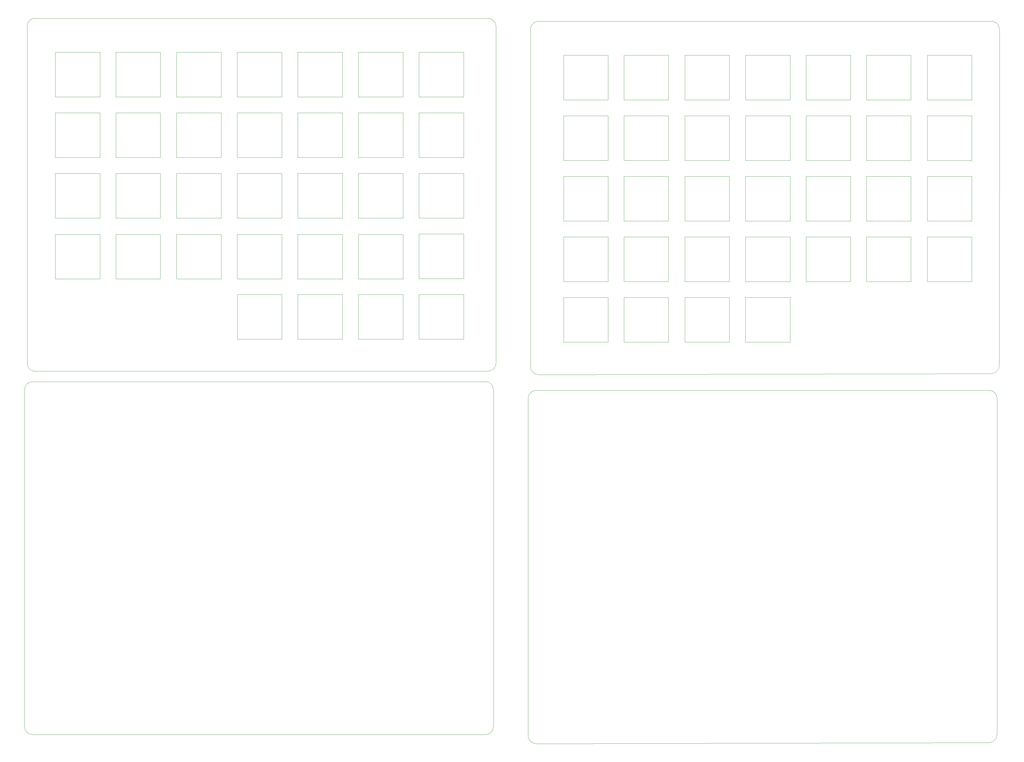
<source format=gbr>
%TF.GenerationSoftware,KiCad,Pcbnew,(7.0.0-0)*%
%TF.CreationDate,2023-03-05T22:09:21+09:00*%
%TF.ProjectId,11111_plates,31313131-315f-4706-9c61-7465732e6b69,rev?*%
%TF.SameCoordinates,Original*%
%TF.FileFunction,Profile,NP*%
%FSLAX46Y46*%
G04 Gerber Fmt 4.6, Leading zero omitted, Abs format (unit mm)*
G04 Created by KiCad (PCBNEW (7.0.0-0)) date 2023-03-05 22:09:21*
%MOMM*%
%LPD*%
G01*
G04 APERTURE LIST*
%TA.AperFunction,Profile*%
%ADD10C,0.100000*%
%TD*%
%TA.AperFunction,Profile*%
%ADD11C,0.120000*%
%TD*%
G04 APERTURE END LIST*
D10*
X175303949Y-129539949D02*
G75*
G03*
X177843949Y-127000000I51J2539949D01*
G01*
X33020000Y-129540000D02*
X175303949Y-129540000D01*
X191200003Y-130583965D02*
X333483952Y-130283965D01*
X32220000Y-132780000D02*
G75*
G03*
X29680000Y-135320000I0J-2540000D01*
G01*
X335318025Y-138060000D02*
X335280000Y-243840000D01*
X190494076Y-135515976D02*
G75*
G03*
X187954076Y-138056000I24J-2540024D01*
G01*
X32220000Y-243840000D02*
X174503949Y-243840000D01*
X336061935Y-21963965D02*
G75*
G03*
X333521977Y-19423965I-2539935J65D01*
G01*
X190456051Y-246680000D02*
X332740000Y-246380000D01*
X335318100Y-138060000D02*
G75*
G03*
X332778025Y-135520000I-2540000J0D01*
G01*
X187916100Y-244140000D02*
G75*
G03*
X190456051Y-246680000I2540000J0D01*
G01*
X332740000Y-246380000D02*
G75*
G03*
X335280000Y-243840000I0J2540000D01*
G01*
X336061977Y-21963965D02*
X336023952Y-127743965D01*
X29680000Y-241300000D02*
G75*
G03*
X32220000Y-243840000I2540000J0D01*
G01*
X190494076Y-135516000D02*
X332778025Y-135520000D01*
X33020000Y-18480000D02*
G75*
G03*
X30480000Y-21020000I0J-2540000D01*
G01*
X188660035Y-128043965D02*
G75*
G03*
X191200003Y-130583965I2539965J-35D01*
G01*
X30480000Y-127000000D02*
G75*
G03*
X33020000Y-129540000I2540000J0D01*
G01*
X333483952Y-130283952D02*
G75*
G03*
X336023952Y-127743965I-52J2540052D01*
G01*
X177043949Y-135316051D02*
G75*
G03*
X174503949Y-132776051I-2540049J-49D01*
G01*
X174503949Y-243840049D02*
G75*
G03*
X177043949Y-241300000I-49J2540049D01*
G01*
X191238028Y-19419965D02*
X333521977Y-19423965D01*
X188660003Y-128043965D02*
X188698028Y-21959965D01*
X177843949Y-21016051D02*
X177843949Y-127000000D01*
X177043949Y-135316051D02*
X177043949Y-241300000D01*
X177843949Y-21016051D02*
G75*
G03*
X175303949Y-18476051I-2540049J-49D01*
G01*
X32220000Y-132780000D02*
X174503949Y-132776051D01*
X29680000Y-135320000D02*
X29680000Y-241300000D01*
X30480000Y-21020000D02*
X30480000Y-127000000D01*
X191238028Y-19420028D02*
G75*
G03*
X188698028Y-21959965I-28J-2539972D01*
G01*
X187916051Y-244140000D02*
X187954076Y-138056000D01*
X33020000Y-18480000D02*
X175303949Y-18476051D01*
D11*
%TO.C,SW13*%
X294255003Y-30143965D02*
X294255003Y-44143965D01*
X294255003Y-44143965D02*
X308255003Y-44143965D01*
X308255003Y-30143965D02*
X294255003Y-30143965D01*
X308255003Y-44143965D02*
X308255003Y-30143965D01*
%TO.C,SW46*%
X96505000Y-86470000D02*
X96505000Y-100470000D01*
X96505000Y-100470000D02*
X110505000Y-100470000D01*
X110505000Y-86470000D02*
X96505000Y-86470000D01*
X110505000Y-100470000D02*
X110505000Y-86470000D01*
%TO.C,SW8*%
X199055003Y-30143965D02*
X199055003Y-44143965D01*
X199055003Y-44143965D02*
X213055003Y-44143965D01*
X213055003Y-30143965D02*
X199055003Y-30143965D01*
X213055003Y-44143965D02*
X213055003Y-30143965D01*
%TO.C,SW54*%
X275255003Y-87293965D02*
X275255003Y-101293965D01*
X275255003Y-101293965D02*
X289255003Y-101293965D01*
X289255003Y-87293965D02*
X275255003Y-87293965D01*
X289255003Y-101293965D02*
X289255003Y-87293965D01*
%TO.C,SW61*%
X199055003Y-106343965D02*
X199055003Y-120343965D01*
X199055003Y-120343965D02*
X213055003Y-120343965D01*
X213055003Y-106343965D02*
X199055003Y-106343965D01*
X213055003Y-120343965D02*
X213055003Y-106343965D01*
%TO.C,SW26*%
X275255003Y-49193965D02*
X275255003Y-63193965D01*
X275255003Y-63193965D02*
X289255003Y-63193965D01*
X289255003Y-49193965D02*
X275255003Y-49193965D01*
X289255003Y-63193965D02*
X289255003Y-49193965D01*
%TO.C,SW22*%
X199055003Y-49193965D02*
X199055003Y-63193965D01*
X199055003Y-63193965D02*
X213055003Y-63193965D01*
X213055003Y-49193965D02*
X199055003Y-49193965D01*
X213055003Y-63193965D02*
X213055003Y-49193965D01*
%TO.C,SW34*%
X134605000Y-67300000D02*
X134605000Y-81300000D01*
X134605000Y-81300000D02*
X148605000Y-81300000D01*
X148605000Y-67300000D02*
X134605000Y-67300000D01*
X148605000Y-81300000D02*
X148605000Y-67300000D01*
%TO.C,SW15*%
X39355000Y-48250000D02*
X39355000Y-62250000D01*
X39355000Y-62250000D02*
X53355000Y-62250000D01*
X53355000Y-48250000D02*
X39355000Y-48250000D01*
X53355000Y-62250000D02*
X53355000Y-48250000D01*
%TO.C,SW62*%
X218055003Y-106343965D02*
X218055003Y-120343965D01*
X218055003Y-120343965D02*
X232055003Y-120343965D01*
X232055003Y-106343965D02*
X218055003Y-106343965D01*
X232055003Y-120343965D02*
X232055003Y-106343965D01*
%TO.C,SW23*%
X218055003Y-49193965D02*
X218055003Y-63193965D01*
X218055003Y-63193965D02*
X232055003Y-63193965D01*
X232055003Y-49193965D02*
X218055003Y-49193965D01*
X232055003Y-63193965D02*
X232055003Y-49193965D01*
%TO.C,SW45*%
X77455000Y-86470000D02*
X77455000Y-100470000D01*
X77455000Y-100470000D02*
X91455000Y-100470000D01*
X91455000Y-86470000D02*
X77455000Y-86470000D01*
X91455000Y-100470000D02*
X91455000Y-86470000D01*
%TO.C,SW57*%
X96565000Y-105400000D02*
X96565000Y-119400000D01*
X96565000Y-119400000D02*
X110565000Y-119400000D01*
X110565000Y-105400000D02*
X96565000Y-105400000D01*
X110565000Y-119400000D02*
X110565000Y-105400000D01*
%TO.C,SW1*%
X39355000Y-29200000D02*
X39355000Y-43200000D01*
X39355000Y-43200000D02*
X53355000Y-43200000D01*
X53355000Y-29200000D02*
X39355000Y-29200000D01*
X53355000Y-43200000D02*
X53355000Y-29200000D01*
%TO.C,SW12*%
X275255003Y-30143965D02*
X275255003Y-44143965D01*
X275255003Y-44143965D02*
X289255003Y-44143965D01*
X289255003Y-30143965D02*
X275255003Y-30143965D01*
X289255003Y-44143965D02*
X289255003Y-30143965D01*
%TO.C,SW58*%
X115555000Y-105400000D02*
X115555000Y-119400000D01*
X115555000Y-119400000D02*
X129555000Y-119400000D01*
X129555000Y-105400000D02*
X115555000Y-105400000D01*
X129555000Y-119400000D02*
X129555000Y-105400000D01*
%TO.C,SW16*%
X58335000Y-48250000D02*
X58335000Y-62250000D01*
X58335000Y-62250000D02*
X72335000Y-62250000D01*
X72335000Y-48250000D02*
X58335000Y-48250000D01*
X72335000Y-62250000D02*
X72335000Y-48250000D01*
%TO.C,SW40*%
X275255003Y-68243965D02*
X275255003Y-82243965D01*
X275255003Y-82243965D02*
X289255003Y-82243965D01*
X289255003Y-68243965D02*
X275255003Y-68243965D01*
X289255003Y-82243965D02*
X289255003Y-68243965D01*
%TO.C,SW19*%
X115555000Y-48250000D02*
X115555000Y-62250000D01*
X115555000Y-62250000D02*
X129555000Y-62250000D01*
X129555000Y-48250000D02*
X115555000Y-48250000D01*
X129555000Y-62250000D02*
X129555000Y-48250000D01*
%TO.C,SW43*%
X39355000Y-86470000D02*
X39355000Y-100470000D01*
X39355000Y-100470000D02*
X53355000Y-100470000D01*
X53355000Y-86470000D02*
X39355000Y-86470000D01*
X53355000Y-100470000D02*
X53355000Y-86470000D01*
%TO.C,SW53*%
X256255003Y-87293965D02*
X256255003Y-101293965D01*
X256255003Y-101293965D02*
X270255003Y-101293965D01*
X270255003Y-87293965D02*
X256255003Y-87293965D01*
X270255003Y-101293965D02*
X270255003Y-87293965D01*
%TO.C,SW47*%
X115555000Y-86470000D02*
X115555000Y-100470000D01*
X115555000Y-100470000D02*
X129555000Y-100470000D01*
X129555000Y-86470000D02*
X115555000Y-86470000D01*
X129555000Y-100470000D02*
X129555000Y-86470000D01*
%TO.C,SW35*%
X153655000Y-67300000D02*
X153655000Y-81300000D01*
X153655000Y-81300000D02*
X167655000Y-81300000D01*
X167655000Y-67300000D02*
X153655000Y-67300000D01*
X167655000Y-81300000D02*
X167655000Y-67300000D01*
%TO.C,SW28*%
X313355003Y-49193965D02*
X313355003Y-63193965D01*
X313355003Y-63193965D02*
X327355003Y-63193965D01*
X327355003Y-49193965D02*
X313355003Y-49193965D01*
X327355003Y-63193965D02*
X327355003Y-49193965D01*
%TO.C,SW51*%
X218055003Y-87293965D02*
X218055003Y-101293965D01*
X218055003Y-101293965D02*
X232055003Y-101293965D01*
X232055003Y-87293965D02*
X218055003Y-87293965D01*
X232055003Y-101293965D02*
X232055003Y-87293965D01*
%TO.C,SW37*%
X218055003Y-68243965D02*
X218055003Y-82243965D01*
X218055003Y-82243965D02*
X232055003Y-82243965D01*
X232055003Y-68243965D02*
X218055003Y-68243965D01*
X232055003Y-82243965D02*
X232055003Y-68243965D01*
%TO.C,SW56*%
X313355003Y-87293965D02*
X313355003Y-101293965D01*
X313355003Y-101293965D02*
X327355003Y-101293965D01*
X327355003Y-87293965D02*
X313355003Y-87293965D01*
X327355003Y-101293965D02*
X327355003Y-87293965D01*
%TO.C,SW30*%
X58335000Y-67300000D02*
X58335000Y-81300000D01*
X58335000Y-81300000D02*
X72335000Y-81300000D01*
X72335000Y-67300000D02*
X58335000Y-67300000D01*
X72335000Y-81300000D02*
X72335000Y-67300000D01*
%TO.C,SW33*%
X115555000Y-67300000D02*
X115555000Y-81300000D01*
X115555000Y-81300000D02*
X129555000Y-81300000D01*
X129555000Y-67300000D02*
X115555000Y-67300000D01*
X129555000Y-81300000D02*
X129555000Y-67300000D01*
%TO.C,SW9*%
X218055003Y-30143965D02*
X218055003Y-44143965D01*
X218055003Y-44143965D02*
X232055003Y-44143965D01*
X232055003Y-30143965D02*
X218055003Y-30143965D01*
X232055003Y-44143965D02*
X232055003Y-30143965D01*
%TO.C,SW27*%
X294255003Y-49193965D02*
X294255003Y-63193965D01*
X294255003Y-63193965D02*
X308255003Y-63193965D01*
X308255003Y-49193965D02*
X294255003Y-49193965D01*
X308255003Y-63193965D02*
X308255003Y-49193965D01*
%TO.C,SW14*%
X313355003Y-30143965D02*
X313355003Y-44143965D01*
X313355003Y-44143965D02*
X327355003Y-44143965D01*
X327355003Y-30143965D02*
X313355003Y-30143965D01*
X327355003Y-44143965D02*
X327355003Y-30143965D01*
%TO.C,SW50*%
X199055003Y-87293965D02*
X199055003Y-101293965D01*
X199055003Y-101293965D02*
X213055003Y-101293965D01*
X213055003Y-87293965D02*
X199055003Y-87293965D01*
X213055003Y-101293965D02*
X213055003Y-87293965D01*
%TO.C,SW38*%
X237155003Y-68243965D02*
X237155003Y-82243965D01*
X237155003Y-82243965D02*
X251155003Y-82243965D01*
X251155003Y-68243965D02*
X237155003Y-68243965D01*
X251155003Y-82243965D02*
X251155003Y-68243965D01*
%TO.C,SW11*%
X256255003Y-30143965D02*
X256255003Y-44143965D01*
X256255003Y-44143965D02*
X270255003Y-44143965D01*
X270255003Y-30143965D02*
X256255003Y-30143965D01*
X270255003Y-44143965D02*
X270255003Y-30143965D01*
%TO.C,SW6*%
X134605000Y-29200000D02*
X134605000Y-43200000D01*
X134605000Y-43200000D02*
X148605000Y-43200000D01*
X148605000Y-29200000D02*
X134605000Y-29200000D01*
X148605000Y-43200000D02*
X148605000Y-29200000D01*
%TO.C,SW44*%
X58335000Y-86470000D02*
X58335000Y-100470000D01*
X58335000Y-100470000D02*
X72335000Y-100470000D01*
X72335000Y-86470000D02*
X58335000Y-86470000D01*
X72335000Y-100470000D02*
X72335000Y-86470000D01*
%TO.C,SW52*%
X237155003Y-87293965D02*
X237155003Y-101293965D01*
X237155003Y-101293965D02*
X251155003Y-101293965D01*
X251155003Y-87293965D02*
X237155003Y-87293965D01*
X251155003Y-101293965D02*
X251155003Y-87293965D01*
%TO.C,SW49*%
X153655000Y-86350000D02*
X153655000Y-100350000D01*
X153655000Y-100350000D02*
X167655000Y-100350000D01*
X167655000Y-86350000D02*
X153655000Y-86350000D01*
X167655000Y-100350000D02*
X167655000Y-86350000D01*
%TO.C,SW21*%
X153655000Y-48250000D02*
X153655000Y-62250000D01*
X153655000Y-62250000D02*
X167655000Y-62250000D01*
X167655000Y-48250000D02*
X153655000Y-48250000D01*
X167655000Y-62250000D02*
X167655000Y-48250000D01*
%TO.C,SW29*%
X39355000Y-67300000D02*
X39355000Y-81300000D01*
X39355000Y-81300000D02*
X53355000Y-81300000D01*
X53355000Y-67300000D02*
X39355000Y-67300000D01*
X53355000Y-81300000D02*
X53355000Y-67300000D01*
%TO.C,SW4*%
X96505000Y-29200000D02*
X96505000Y-43200000D01*
X96505000Y-43200000D02*
X110505000Y-43200000D01*
X110505000Y-29200000D02*
X96505000Y-29200000D01*
X110505000Y-43200000D02*
X110505000Y-29200000D01*
%TO.C,SW39*%
X256255003Y-68243965D02*
X256255003Y-82243965D01*
X256255003Y-82243965D02*
X270255003Y-82243965D01*
X270255003Y-68243965D02*
X256255003Y-68243965D01*
X270255003Y-82243965D02*
X270255003Y-68243965D01*
%TO.C,SW59*%
X134605000Y-105400000D02*
X134605000Y-119400000D01*
X134605000Y-119400000D02*
X148605000Y-119400000D01*
X148605000Y-105400000D02*
X134605000Y-105400000D01*
X148605000Y-119400000D02*
X148605000Y-105400000D01*
%TO.C,SW20*%
X134605000Y-48250000D02*
X134605000Y-62250000D01*
X134605000Y-62250000D02*
X148605000Y-62250000D01*
X148605000Y-48250000D02*
X134605000Y-48250000D01*
X148605000Y-62250000D02*
X148605000Y-48250000D01*
%TO.C,SW32*%
X96505000Y-67300000D02*
X96505000Y-81300000D01*
X96505000Y-81300000D02*
X110505000Y-81300000D01*
X110505000Y-67300000D02*
X96505000Y-67300000D01*
X110505000Y-81300000D02*
X110505000Y-67300000D01*
%TO.C,SW55*%
X294255003Y-87293965D02*
X294255003Y-101293965D01*
X294255003Y-101293965D02*
X308255003Y-101293965D01*
X308255003Y-87293965D02*
X294255003Y-87293965D01*
X308255003Y-101293965D02*
X308255003Y-87293965D01*
%TO.C,SW2*%
X58335000Y-29200000D02*
X58335000Y-43200000D01*
X58335000Y-43200000D02*
X72335000Y-43200000D01*
X72335000Y-29200000D02*
X58335000Y-29200000D01*
X72335000Y-43200000D02*
X72335000Y-29200000D01*
%TO.C,SW3*%
X77455000Y-29200000D02*
X77455000Y-43200000D01*
X77455000Y-43200000D02*
X91455000Y-43200000D01*
X91455000Y-29200000D02*
X77455000Y-29200000D01*
X91455000Y-43200000D02*
X91455000Y-29200000D01*
%TO.C,SW7*%
X153655000Y-29200000D02*
X153655000Y-43200000D01*
X153655000Y-43200000D02*
X167655000Y-43200000D01*
X167655000Y-29200000D02*
X153655000Y-29200000D01*
X167655000Y-43200000D02*
X167655000Y-29200000D01*
%TO.C,SW24*%
X237155003Y-49193965D02*
X237155003Y-63193965D01*
X237155003Y-63193965D02*
X251155003Y-63193965D01*
X251155003Y-49193965D02*
X237155003Y-49193965D01*
X251155003Y-63193965D02*
X251155003Y-49193965D01*
%TO.C,SW17*%
X77455000Y-48250000D02*
X77455000Y-62250000D01*
X77455000Y-62250000D02*
X91455000Y-62250000D01*
X91455000Y-48250000D02*
X77455000Y-48250000D01*
X91455000Y-62250000D02*
X91455000Y-48250000D01*
%TO.C,SW25*%
X256255003Y-49193965D02*
X256255003Y-63193965D01*
X256255003Y-63193965D02*
X270255003Y-63193965D01*
X270255003Y-49193965D02*
X256255003Y-49193965D01*
X270255003Y-63193965D02*
X270255003Y-49193965D01*
%TO.C,SW48*%
X134605000Y-86470000D02*
X134605000Y-100470000D01*
X134605000Y-100470000D02*
X148605000Y-100470000D01*
X148605000Y-86470000D02*
X134605000Y-86470000D01*
X148605000Y-100470000D02*
X148605000Y-86470000D01*
%TO.C,SW10*%
X237155003Y-30143965D02*
X237155003Y-44143965D01*
X237155003Y-44143965D02*
X251155003Y-44143965D01*
X251155003Y-30143965D02*
X237155003Y-30143965D01*
X251155003Y-44143965D02*
X251155003Y-30143965D01*
%TO.C,SW60*%
X153655000Y-105400000D02*
X153655000Y-119400000D01*
X153655000Y-119400000D02*
X167655000Y-119400000D01*
X167655000Y-105400000D02*
X153655000Y-105400000D01*
X167655000Y-119400000D02*
X167655000Y-105400000D01*
%TO.C,SW18*%
X96505000Y-48250000D02*
X96505000Y-62250000D01*
X96505000Y-62250000D02*
X110505000Y-62250000D01*
X110505000Y-48250000D02*
X96505000Y-48250000D01*
X110505000Y-62250000D02*
X110505000Y-48250000D01*
%TO.C,SW64*%
X256255003Y-106343965D02*
X256255003Y-120343965D01*
X256255003Y-120343965D02*
X270255003Y-120343965D01*
X270255003Y-106343965D02*
X256255003Y-106343965D01*
X270255003Y-120343965D02*
X270255003Y-106343965D01*
%TO.C,SW41*%
X294255003Y-68243965D02*
X294255003Y-82243965D01*
X294255003Y-82243965D02*
X308255003Y-82243965D01*
X308255003Y-68243965D02*
X294255003Y-68243965D01*
X308255003Y-82243965D02*
X308255003Y-68243965D01*
%TO.C,SW42*%
X313355003Y-68243965D02*
X313355003Y-82243965D01*
X313355003Y-82243965D02*
X327355003Y-82243965D01*
X327355003Y-68243965D02*
X313355003Y-68243965D01*
X327355003Y-82243965D02*
X327355003Y-68243965D01*
%TO.C,SW31*%
X77455000Y-67300000D02*
X77455000Y-81300000D01*
X77455000Y-81300000D02*
X91455000Y-81300000D01*
X91455000Y-67300000D02*
X77455000Y-67300000D01*
X91455000Y-81300000D02*
X91455000Y-67300000D01*
%TO.C,SW36*%
X199055003Y-68243965D02*
X199055003Y-82243965D01*
X199055003Y-82243965D02*
X213055003Y-82243965D01*
X213055003Y-68243965D02*
X199055003Y-68243965D01*
X213055003Y-82243965D02*
X213055003Y-68243965D01*
%TO.C,SW5*%
X115555000Y-29200000D02*
X115555000Y-43200000D01*
X115555000Y-43200000D02*
X129555000Y-43200000D01*
X129555000Y-29200000D02*
X115555000Y-29200000D01*
X129555000Y-43200000D02*
X129555000Y-29200000D01*
%TO.C,SW63*%
X237155003Y-106343965D02*
X237155003Y-120343965D01*
X237155003Y-120343965D02*
X251155003Y-120343965D01*
X251155003Y-106343965D02*
X237155003Y-106343965D01*
X251155003Y-120343965D02*
X251155003Y-106343965D01*
%TD*%
M02*

</source>
